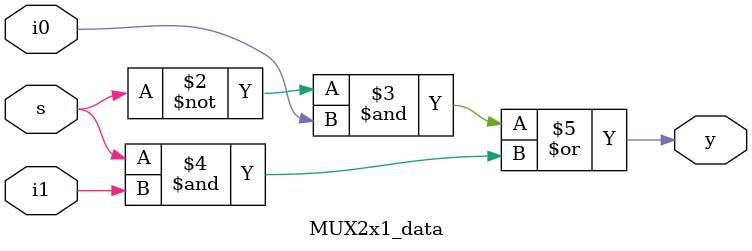
<source format=v>
module MUX2x1_data(
    input i0,
    input i1,
    input s,
    output y
    );
    reg y;
    always@(i0 or i1 or s)
    begin 
       y =(~s&i0)|(s&i1);
    end
endmodule
</source>
